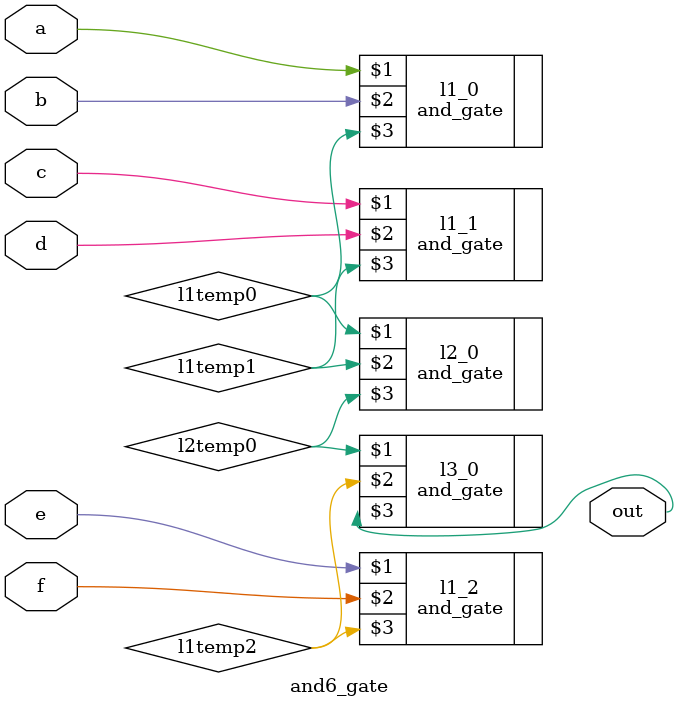
<source format=v>
`timescale 1ns/10ps

`include "../lib/and_gate.v"

module and6_gate(a, b, c, d, e, f, out);

	//inuts
	input a, b, c, d, e, f;

	//output
	output out;

	//wires
	wire l1temp0, l1temp1, l1temp2, l2temp0;

  	and_gate l1_0(a, b, l1temp0);
  	and_gate l1_1(c, d, l1temp1);
		and_gate l1_2(e, f, l1temp2);

  	and_gate l2_0(l1temp0, l1temp1, l2temp0);

  	and_gate l3_0(l2temp0, l1temp2, out);
endmodule
</source>
